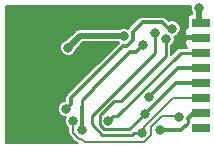
<source format=gbr>
G04 #@! TF.GenerationSoftware,KiCad,Pcbnew,(5.0.2)-1*
G04 #@! TF.CreationDate,2020-01-25T18:04:34+01:00*
G04 #@! TF.ProjectId,4.0,342e302e-6b69-4636-9164-5f7063625858,rev?*
G04 #@! TF.SameCoordinates,Original*
G04 #@! TF.FileFunction,Copper,L2,Bot*
G04 #@! TF.FilePolarity,Positive*
%FSLAX46Y46*%
G04 Gerber Fmt 4.6, Leading zero omitted, Abs format (unit mm)*
G04 Created by KiCad (PCBNEW (5.0.2)-1) date 01/25/20 18:04:34*
%MOMM*%
%LPD*%
G01*
G04 APERTURE LIST*
G04 #@! TA.AperFunction,SMDPad,CuDef*
%ADD10R,1.500000X0.800000*%
G04 #@! TD*
G04 #@! TA.AperFunction,ViaPad*
%ADD11C,0.800000*%
G04 #@! TD*
G04 #@! TA.AperFunction,Conductor*
%ADD12C,0.200000*%
G04 #@! TD*
G04 #@! TA.AperFunction,Conductor*
%ADD13C,0.500000*%
G04 #@! TD*
G04 #@! TA.AperFunction,Conductor*
%ADD14C,0.300000*%
G04 #@! TD*
G04 #@! TA.AperFunction,Conductor*
%ADD15C,0.250000*%
G04 #@! TD*
G04 APERTURE END LIST*
D10*
G04 #@! TO.P,NRF24L01,5*
G04 #@! TO.N,/SCK*
X134000000Y-93560000D03*
G04 #@! TO.P,NRF24L01,6*
G04 #@! TO.N,/MOSI*
X134000000Y-94830000D03*
G04 #@! TO.P,NRF24L01,8*
G04 #@! TO.N,N/C*
X134000000Y-97370000D03*
G04 #@! TO.P,NRF24L01,7*
G04 #@! TO.N,/MISO*
X134000000Y-96100000D03*
G04 #@! TO.P,NRF24L01,3*
G04 #@! TO.N,/CE_R*
X134000000Y-91020000D03*
G04 #@! TO.P,NRF24L01,4*
G04 #@! TO.N,/CSN*
X134000000Y-92290000D03*
G04 #@! TO.P,NRF24L01,2*
G04 #@! TO.N,Earth*
X134000000Y-89750000D03*
G04 #@! TO.P,NRF24L01,1*
G04 #@! TO.N,+3V3*
X134000000Y-88480000D03*
G04 #@! TD*
D11*
G04 #@! TO.N,Earth*
X132500000Y-89800000D03*
X120000000Y-96400000D03*
X119400000Y-91000000D03*
X121400000Y-93900000D03*
X122700000Y-98300000D03*
G04 #@! TO.N,/SCK*
X129300000Y-96200000D03*
X131100000Y-89900000D03*
G04 #@! TO.N,/MOSI*
X129000000Y-97800000D03*
X130100000Y-89400000D03*
G04 #@! TO.N,/MISO*
X130600000Y-97600000D03*
G04 #@! TO.N,/CE_R*
X126200000Y-96800000D03*
G04 #@! TO.N,/CSN*
X129600000Y-94800000D03*
X124000000Y-97600000D03*
X129100000Y-90400000D03*
G04 #@! TO.N,+3V3*
X127500000Y-89600000D03*
X122800000Y-90600000D03*
X133850010Y-87250010D03*
G04 #@! TO.N,/CE_I*
X122600000Y-95800000D03*
X131600000Y-89000000D03*
G04 #@! TO.N,INT*
X123200000Y-96800000D03*
X132200000Y-96500000D03*
G04 #@! TD*
D12*
G04 #@! TO.N,Earth*
X132650000Y-89750000D02*
X132400000Y-90000000D01*
X134000000Y-89750000D02*
X132650000Y-89750000D01*
D13*
X121400000Y-93334315D02*
X121400000Y-93900000D01*
X121400000Y-90741998D02*
X121400000Y-93334315D01*
X123991999Y-88149999D02*
X121400000Y-90741998D01*
X121400000Y-93000000D02*
X119400000Y-91000000D01*
X121400000Y-93900000D02*
X121400000Y-93000000D01*
X121400000Y-95000000D02*
X120000000Y-96400000D01*
X121400000Y-93900000D02*
X121400000Y-95000000D01*
D14*
X124242008Y-87899990D02*
X123991999Y-88149999D01*
X131609992Y-87899990D02*
X124242008Y-87899990D01*
X132500000Y-88789998D02*
X131609992Y-87899990D01*
X132500000Y-89800000D02*
X132500000Y-88789998D01*
X120800000Y-96400000D02*
X122700000Y-98300000D01*
X120000000Y-96400000D02*
X120800000Y-96400000D01*
G04 #@! TO.N,/SCK*
X131940000Y-93560000D02*
X129300000Y-96200000D01*
X134000000Y-93560000D02*
X131940000Y-93560000D01*
D15*
X125851999Y-97525001D02*
X125474999Y-97148001D01*
X127974999Y-97525001D02*
X125851999Y-97525001D01*
X129300000Y-96200000D02*
X127974999Y-97525001D01*
X125474999Y-97148001D02*
X125474999Y-96325001D01*
X125474999Y-96325001D02*
X126700000Y-95100000D01*
X126700000Y-95100000D02*
X127300000Y-95100000D01*
X131100000Y-91300000D02*
X131100000Y-89900000D01*
X127300000Y-95100000D02*
X131100000Y-91300000D01*
G04 #@! TO.N,/MOSI*
X133650000Y-94830000D02*
X134000000Y-94830000D01*
D12*
X131970000Y-94830000D02*
X134000000Y-94830000D01*
X131706002Y-94830000D02*
X129200000Y-97336002D01*
X131970000Y-94830000D02*
X131706002Y-94830000D01*
X129200000Y-97336002D02*
X129200000Y-97600000D01*
D15*
X130100000Y-91063590D02*
X130100000Y-89400000D01*
X129000000Y-97800000D02*
X128336410Y-97800000D01*
X128161399Y-97975011D02*
X125665598Y-97975010D01*
X128336410Y-97800000D02*
X128161399Y-97975011D01*
X125665598Y-97975010D02*
X124800000Y-97109412D01*
X124800000Y-97109412D02*
X124800000Y-96363590D01*
X124800000Y-96363590D02*
X130100000Y-91063590D01*
D12*
G04 #@! TO.N,/MISO*
X133650000Y-96100000D02*
X134000000Y-96100000D01*
X134000000Y-96100000D02*
X134000000Y-96200000D01*
D14*
X130600000Y-97600000D02*
X132210002Y-97600000D01*
X132950001Y-96549999D02*
X132950001Y-96639997D01*
X133400000Y-96100000D02*
X132950001Y-96549999D01*
X134000000Y-96100000D02*
X133400000Y-96100000D01*
X132210002Y-97600000D02*
X132300000Y-97600000D01*
X132300000Y-97600000D02*
X132700000Y-97200000D01*
D15*
X132924999Y-96975001D02*
X132700000Y-97200000D01*
X132924999Y-96575001D02*
X132924999Y-96975001D01*
X132950001Y-96549999D02*
X132924999Y-96575001D01*
G04 #@! TO.N,/CE_R*
X126599999Y-96400001D02*
X126200000Y-96800000D01*
X126926997Y-96400001D02*
X126599999Y-96400001D01*
X132306998Y-91020000D02*
X126926997Y-96400001D01*
X134000000Y-91020000D02*
X132306998Y-91020000D01*
D14*
G04 #@! TO.N,/CSN*
X125000000Y-94000000D02*
X128000000Y-91000000D01*
X124000000Y-95634315D02*
X124000000Y-97600000D01*
X132110000Y-92290000D02*
X129600000Y-94800000D01*
X134000000Y-92290000D02*
X132110000Y-92290000D01*
X129100000Y-90400000D02*
X128500000Y-91000000D01*
X128500000Y-91000000D02*
X128000000Y-91000000D01*
D15*
X124000000Y-95000000D02*
X125000000Y-94000000D01*
X124000000Y-95634315D02*
X124000000Y-95000000D01*
D13*
G04 #@! TO.N,+3V3*
X133850010Y-88330010D02*
X134000000Y-88480000D01*
X133850010Y-87250010D02*
X133850010Y-88330010D01*
X123800000Y-89600000D02*
X127500000Y-89600000D01*
X122800000Y-90600000D02*
X123800000Y-89600000D01*
D14*
G04 #@! TO.N,/CE_I*
X131200000Y-88900000D02*
X131200000Y-88900000D01*
X131100000Y-88800000D02*
X131300000Y-89000000D01*
X122999999Y-95400001D02*
X122600000Y-95800000D01*
X122999999Y-94900001D02*
X122999999Y-95400001D01*
X127460001Y-90439999D02*
X122999999Y-94900001D01*
X131400000Y-89100000D02*
X130700000Y-88400000D01*
X130700000Y-88400000D02*
X129090000Y-88400000D01*
X128250001Y-89239999D02*
X128250001Y-89960001D01*
X129090000Y-88400000D02*
X128250001Y-89239999D01*
X128250001Y-89960001D02*
X127770003Y-90439999D01*
X127770003Y-90439999D02*
X127460001Y-90439999D01*
D12*
G04 #@! TO.N,INT*
X130701700Y-96400000D02*
X132300000Y-96400000D01*
X129200000Y-98600000D02*
X129798301Y-98001699D01*
X129798301Y-98001699D02*
X129798301Y-97303399D01*
X129798301Y-97303399D02*
X130701700Y-96400000D01*
X124200000Y-98600000D02*
X123900001Y-98300001D01*
X129200000Y-98600000D02*
X124200000Y-98600000D01*
X123900001Y-98300001D02*
X123700001Y-98300001D01*
X123200000Y-97800000D02*
X123200000Y-96800000D01*
X123700001Y-98300001D02*
X123200000Y-97800000D01*
G04 #@! TD*
G04 #@! TO.N,Earth*
G36*
X133150010Y-87110771D02*
X133150010Y-87389249D01*
X133256578Y-87646528D01*
X133300010Y-87689960D01*
X133300010Y-87774123D01*
X133250000Y-87774123D01*
X133132946Y-87797407D01*
X133033712Y-87863712D01*
X132967407Y-87962946D01*
X132944123Y-88080000D01*
X132944123Y-88818604D01*
X132905595Y-88834563D01*
X132734562Y-89005596D01*
X132642000Y-89229062D01*
X132642000Y-89444000D01*
X132794000Y-89596000D01*
X133846000Y-89596000D01*
X133846000Y-89576000D01*
X134154000Y-89576000D01*
X134154000Y-89596000D01*
X134174000Y-89596000D01*
X134174000Y-89904000D01*
X134154000Y-89904000D01*
X134154000Y-89924000D01*
X133846000Y-89924000D01*
X133846000Y-89904000D01*
X132794000Y-89904000D01*
X132642000Y-90056000D01*
X132642000Y-90270938D01*
X132734562Y-90494404D01*
X132835158Y-90595000D01*
X132348853Y-90595000D01*
X132306997Y-90586674D01*
X132265141Y-90595000D01*
X132265140Y-90595000D01*
X132141171Y-90619659D01*
X132000590Y-90713592D01*
X131976879Y-90749078D01*
X131525000Y-91200957D01*
X131525000Y-90464950D01*
X131693432Y-90296518D01*
X131800000Y-90039239D01*
X131800000Y-89760761D01*
X131769620Y-89687416D01*
X131996518Y-89593432D01*
X132193432Y-89396518D01*
X132300000Y-89139239D01*
X132300000Y-88860761D01*
X132193432Y-88603482D01*
X131996518Y-88406568D01*
X131739239Y-88300000D01*
X131460761Y-88300000D01*
X131302110Y-88365715D01*
X131049540Y-88113145D01*
X131024432Y-88075568D01*
X130875581Y-87976109D01*
X130744321Y-87950000D01*
X130744320Y-87950000D01*
X130700000Y-87941184D01*
X130655680Y-87950000D01*
X129134320Y-87950000D01*
X129090000Y-87941184D01*
X129045680Y-87950000D01*
X129045679Y-87950000D01*
X128914419Y-87976109D01*
X128765568Y-88075568D01*
X128740461Y-88113143D01*
X127963146Y-88890459D01*
X127925569Y-88915567D01*
X127871648Y-88996266D01*
X127639239Y-88900000D01*
X127360761Y-88900000D01*
X127103482Y-89006568D01*
X127060050Y-89050000D01*
X123854169Y-89050000D01*
X123800000Y-89039225D01*
X123745831Y-89050000D01*
X123745830Y-89050000D01*
X123585401Y-89081911D01*
X123507893Y-89133700D01*
X123499604Y-89139239D01*
X123403472Y-89203472D01*
X123372787Y-89249395D01*
X122722183Y-89900000D01*
X122660761Y-89900000D01*
X122403482Y-90006568D01*
X122206568Y-90203482D01*
X122100000Y-90460761D01*
X122100000Y-90739239D01*
X122206568Y-90996518D01*
X122403482Y-91193432D01*
X122660761Y-91300000D01*
X122939239Y-91300000D01*
X123196518Y-91193432D01*
X123393432Y-90996518D01*
X123500000Y-90739239D01*
X123500000Y-90677817D01*
X124027818Y-90150000D01*
X127060050Y-90150000D01*
X127086827Y-90176777D01*
X122713144Y-94550461D01*
X122675567Y-94575569D01*
X122576108Y-94724421D01*
X122562349Y-94793593D01*
X122541183Y-94900001D01*
X122549999Y-94944322D01*
X122549999Y-95100000D01*
X122460761Y-95100000D01*
X122203482Y-95206568D01*
X122006568Y-95403482D01*
X121900000Y-95660761D01*
X121900000Y-95939239D01*
X122006568Y-96196518D01*
X122203482Y-96393432D01*
X122460761Y-96500000D01*
X122566589Y-96500000D01*
X122500000Y-96660761D01*
X122500000Y-96939239D01*
X122606568Y-97196518D01*
X122800000Y-97389950D01*
X122800000Y-97760606D01*
X122792164Y-97800000D01*
X122800000Y-97839393D01*
X122823209Y-97956071D01*
X122911616Y-98088384D01*
X122945018Y-98110702D01*
X123389301Y-98554987D01*
X123411617Y-98588385D01*
X123543929Y-98676792D01*
X123660602Y-98700000D01*
X117550000Y-98700000D01*
X117550000Y-87050000D01*
X133175182Y-87050000D01*
X133150010Y-87110771D01*
X133150010Y-87110771D01*
G37*
X133150010Y-87110771D02*
X133150010Y-87389249D01*
X133256578Y-87646528D01*
X133300010Y-87689960D01*
X133300010Y-87774123D01*
X133250000Y-87774123D01*
X133132946Y-87797407D01*
X133033712Y-87863712D01*
X132967407Y-87962946D01*
X132944123Y-88080000D01*
X132944123Y-88818604D01*
X132905595Y-88834563D01*
X132734562Y-89005596D01*
X132642000Y-89229062D01*
X132642000Y-89444000D01*
X132794000Y-89596000D01*
X133846000Y-89596000D01*
X133846000Y-89576000D01*
X134154000Y-89576000D01*
X134154000Y-89596000D01*
X134174000Y-89596000D01*
X134174000Y-89904000D01*
X134154000Y-89904000D01*
X134154000Y-89924000D01*
X133846000Y-89924000D01*
X133846000Y-89904000D01*
X132794000Y-89904000D01*
X132642000Y-90056000D01*
X132642000Y-90270938D01*
X132734562Y-90494404D01*
X132835158Y-90595000D01*
X132348853Y-90595000D01*
X132306997Y-90586674D01*
X132265141Y-90595000D01*
X132265140Y-90595000D01*
X132141171Y-90619659D01*
X132000590Y-90713592D01*
X131976879Y-90749078D01*
X131525000Y-91200957D01*
X131525000Y-90464950D01*
X131693432Y-90296518D01*
X131800000Y-90039239D01*
X131800000Y-89760761D01*
X131769620Y-89687416D01*
X131996518Y-89593432D01*
X132193432Y-89396518D01*
X132300000Y-89139239D01*
X132300000Y-88860761D01*
X132193432Y-88603482D01*
X131996518Y-88406568D01*
X131739239Y-88300000D01*
X131460761Y-88300000D01*
X131302110Y-88365715D01*
X131049540Y-88113145D01*
X131024432Y-88075568D01*
X130875581Y-87976109D01*
X130744321Y-87950000D01*
X130744320Y-87950000D01*
X130700000Y-87941184D01*
X130655680Y-87950000D01*
X129134320Y-87950000D01*
X129090000Y-87941184D01*
X129045680Y-87950000D01*
X129045679Y-87950000D01*
X128914419Y-87976109D01*
X128765568Y-88075568D01*
X128740461Y-88113143D01*
X127963146Y-88890459D01*
X127925569Y-88915567D01*
X127871648Y-88996266D01*
X127639239Y-88900000D01*
X127360761Y-88900000D01*
X127103482Y-89006568D01*
X127060050Y-89050000D01*
X123854169Y-89050000D01*
X123800000Y-89039225D01*
X123745831Y-89050000D01*
X123745830Y-89050000D01*
X123585401Y-89081911D01*
X123507893Y-89133700D01*
X123499604Y-89139239D01*
X123403472Y-89203472D01*
X123372787Y-89249395D01*
X122722183Y-89900000D01*
X122660761Y-89900000D01*
X122403482Y-90006568D01*
X122206568Y-90203482D01*
X122100000Y-90460761D01*
X122100000Y-90739239D01*
X122206568Y-90996518D01*
X122403482Y-91193432D01*
X122660761Y-91300000D01*
X122939239Y-91300000D01*
X123196518Y-91193432D01*
X123393432Y-90996518D01*
X123500000Y-90739239D01*
X123500000Y-90677817D01*
X124027818Y-90150000D01*
X127060050Y-90150000D01*
X127086827Y-90176777D01*
X122713144Y-94550461D01*
X122675567Y-94575569D01*
X122576108Y-94724421D01*
X122562349Y-94793593D01*
X122541183Y-94900001D01*
X122549999Y-94944322D01*
X122549999Y-95100000D01*
X122460761Y-95100000D01*
X122203482Y-95206568D01*
X122006568Y-95403482D01*
X121900000Y-95660761D01*
X121900000Y-95939239D01*
X122006568Y-96196518D01*
X122203482Y-96393432D01*
X122460761Y-96500000D01*
X122566589Y-96500000D01*
X122500000Y-96660761D01*
X122500000Y-96939239D01*
X122606568Y-97196518D01*
X122800000Y-97389950D01*
X122800000Y-97760606D01*
X122792164Y-97800000D01*
X122800000Y-97839393D01*
X122823209Y-97956071D01*
X122911616Y-98088384D01*
X122945018Y-98110702D01*
X123389301Y-98554987D01*
X123411617Y-98588385D01*
X123543929Y-98676792D01*
X123660602Y-98700000D01*
X117550000Y-98700000D01*
X117550000Y-87050000D01*
X133175182Y-87050000D01*
X133150010Y-87110771D01*
G04 #@! TD*
M02*

</source>
